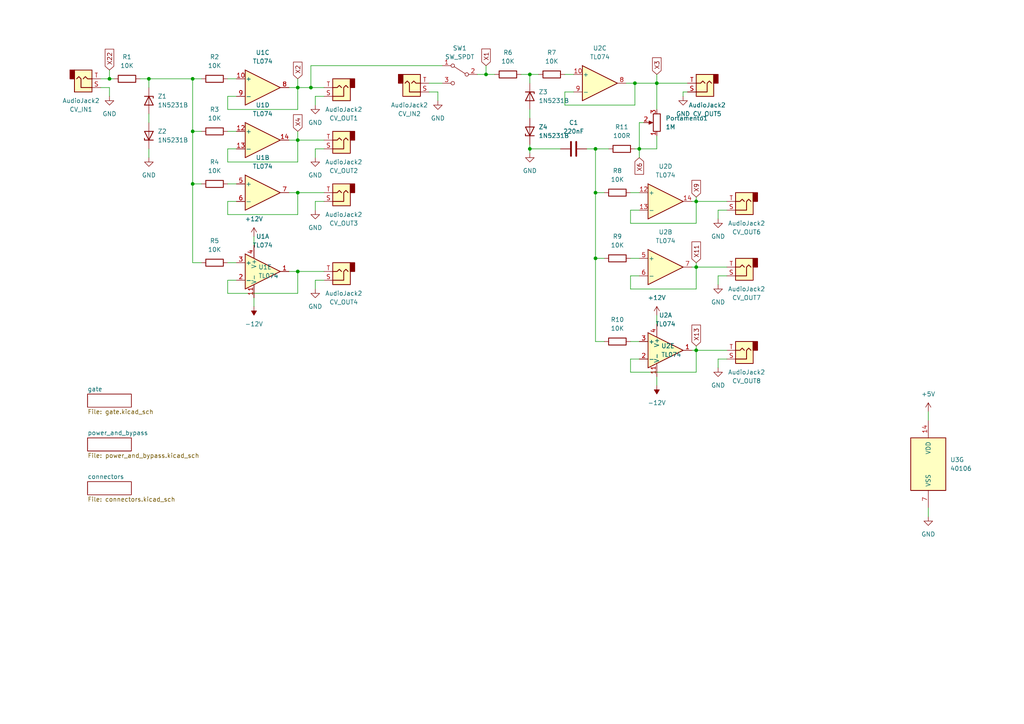
<source format=kicad_sch>
(kicad_sch (version 20230121) (generator eeschema)
  (paper "A4")
  (lib_symbols
    (symbol "4xxx:40106" (pin_names (offset 1.016))
      (property "Reference" "U" (at 0 1.27 0))
      (property "Value" "40106" (at 0 -1.27 0))
      (symbol "40106_1_0"
        (polyline (pts (xy -0.635 -1.27) (xy -0.635 1.27) (xy 0.635 1.27)))
        (polyline (pts (xy -3.81 3.81) (xy -3.81 -3.81) (xy 3.81 0) (xy -3.81 3.81)) (stroke (width 0.254)) (fill (type background)))
        (polyline (pts (xy -1.27 -1.27) (xy 0.635 -1.27) (xy 0.635 1.27) (xy 1.27 1.27)))
        (pin input line (at -7.62 0 0) (length 3.81) (name "~") (number "1"))
        (pin output inverted (at 7.62 0 180) (length 3.81) (name "~") (number "2"))
      )
      (symbol "40106_2_0"
        (polyline (pts (xy -0.635 -1.27) (xy -0.635 1.27) (xy 0.635 1.27)))
        (polyline (pts (xy -3.81 3.81) (xy -3.81 -3.81) (xy 3.81 0) (xy -3.81 3.81)) (stroke (width 0.254)) (fill (type background)))
        (polyline (pts (xy -1.27 -1.27) (xy 0.635 -1.27) (xy 0.635 1.27) (xy 1.27 1.27)))
        (pin input line (at -7.62 0 0) (length 3.81) (name "~") (number "3"))
        (pin output inverted (at 7.62 0 180) (length 3.81) (name "~") (number "4"))
      )
      (symbol "40106_3_0"
        (polyline (pts (xy -0.635 -1.27) (xy -0.635 1.27) (xy 0.635 1.27)))
        (polyline (pts (xy -3.81 3.81) (xy -3.81 -3.81) (xy 3.81 0) (xy -3.81 3.81)) (stroke (width 0.254)) (fill (type background)))
        (polyline (pts (xy -1.27 -1.27) (xy 0.635 -1.27) (xy 0.635 1.27) (xy 1.27 1.27)))
        (pin input line (at -7.62 0 0) (length 3.81) (name "~") (number "5"))
        (pin output inverted (at 7.62 0 180) (length 3.81) (name "~") (number "6"))
      )
      (symbol "40106_4_0"
        (polyline (pts (xy -0.635 -1.27) (xy -0.635 1.27) (xy 0.635 1.27)))
        (polyline (pts (xy -3.81 3.81) (xy -3.81 -3.81) (xy 3.81 0) (xy -3.81 3.81)) (stroke (width 0.254)) (fill (type background)))
        (polyline (pts (xy -1.27 -1.27) (xy 0.635 -1.27) (xy 0.635 1.27) (xy 1.27 1.27)))
        (pin output inverted (at 7.62 0 180) (length 3.81) (name "~") (number "8"))
        (pin input line (at -7.62 0 0) (length 3.81) (name "~") (number "9"))
      )
      (symbol "40106_5_0"
        (polyline (pts (xy -0.635 -1.27) (xy -0.635 1.27) (xy 0.635 1.27)))
        (polyline (pts (xy -3.81 3.81) (xy -3.81 -3.81) (xy 3.81 0) (xy -3.81 3.81)) (stroke (width 0.254)) (fill (type background)))
        (polyline (pts (xy -1.27 -1.27) (xy 0.635 -1.27) (xy 0.635 1.27) (xy 1.27 1.27)))
        (pin output inverted (at 7.62 0 180) (length 3.81) (name "~") (number "10"))
        (pin input line (at -7.62 0 0) (length 3.81) (name "~") (number "11"))
      )
      (symbol "40106_6_0"
        (polyline (pts (xy -0.635 -1.27) (xy -0.635 1.27) (xy 0.635 1.27)))
        (polyline (pts (xy -3.81 3.81) (xy -3.81 -3.81) (xy 3.81 0) (xy -3.81 3.81)) (stroke (width 0.254)) (fill (type background)))
        (polyline (pts (xy -1.27 -1.27) (xy 0.635 -1.27) (xy 0.635 1.27) (xy 1.27 1.27)))
        (pin output inverted (at 7.62 0 180) (length 3.81) (name "~") (number "12"))
        (pin input line (at -7.62 0 0) (length 3.81) (name "~") (number "13"))
      )
      (symbol "40106_7_0"
        (pin power_in line (at 0 12.7 270) (length 5.08) (name "VDD") (number "14"))
        (pin power_in line (at 0 -12.7 90) (length 5.08) (name "VSS") (number "7"))
      )
      (symbol "40106_7_1"
        (rectangle (start -5.08 7.62) (end 5.08 -7.62) (stroke (width 0.254)) (fill (type background)))
      )
    )
    (symbol "Amplifier_Operational:TL074" (pin_names (offset 0.127))
      (property "Reference" "U" (at 0 5.08 0))
      (property "Value" "TL074" (at 0 -5.08 0))
      (symbol "TL074_1_1"
        (polyline (pts (xy -5.08 5.08) (xy 5.08 0) (xy -5.08 -5.08) (xy -5.08 5.08)) (stroke (width 0.254)) (fill (type background)))
        (pin output line (at 7.62 0 180) (length 2.54) (name "~") (number "1"))
        (pin input line (at -7.62 -2.54 0) (length 2.54) (name "-") (number "2"))
        (pin input line (at -7.62 2.54 0) (length 2.54) (name "+") (number "3"))
      )
      (symbol "TL074_2_1"
        (polyline (pts (xy -5.08 5.08) (xy 5.08 0) (xy -5.08 -5.08) (xy -5.08 5.08)) (stroke (width 0.254)) (fill (type background)))
        (pin input line (at -7.62 2.54 0) (length 2.54) (name "+") (number "5"))
        (pin input line (at -7.62 -2.54 0) (length 2.54) (name "-") (number "6"))
        (pin output line (at 7.62 0 180) (length 2.54) (name "~") (number "7"))
      )
      (symbol "TL074_3_1"
        (polyline (pts (xy -5.08 5.08) (xy 5.08 0) (xy -5.08 -5.08) (xy -5.08 5.08)) (stroke (width 0.254)) (fill (type background)))
        (pin input line (at -7.62 2.54 0) (length 2.54) (name "+") (number "10"))
        (pin output line (at 7.62 0 180) (length 2.54) (name "~") (number "8"))
        (pin input line (at -7.62 -2.54 0) (length 2.54) (name "-") (number "9"))
      )
      (symbol "TL074_4_1"
        (polyline (pts (xy -5.08 5.08) (xy 5.08 0) (xy -5.08 -5.08) (xy -5.08 5.08)) (stroke (width 0.254)) (fill (type background)))
        (pin input line (at -7.62 2.54 0) (length 2.54) (name "+") (number "12"))
        (pin input line (at -7.62 -2.54 0) (length 2.54) (name "-") (number "13"))
        (pin output line (at 7.62 0 180) (length 2.54) (name "~") (number "14"))
      )
      (symbol "TL074_5_1"
        (pin power_in line (at -2.54 -7.62 90) (length 3.81) (name "V-") (number "11"))
        (pin power_in line (at -2.54 7.62 270) (length 3.81) (name "V+") (number "4"))
      )
    )
    (symbol "Connector-github:AudioJack2"
      (property "Reference" "J" (at 0 8.89 0))
      (property "Value" "AudioJack2" (at 0 6.35 0))
      (symbol "AudioJack2_0_1"
        (rectangle (start -3.81 0) (end -2.54 -2.54) (stroke (width 0.254)) (fill (type outline)))
        (rectangle (start -2.54 3.81) (end 2.54 -2.54) (stroke (width 0.254)) (fill (type background)))
        (polyline (pts (xy 0 0) (xy 0.635 -0.635) (xy 1.27 0) (xy 2.54 0)) (stroke (width 0.254)))
        (polyline (pts (xy 2.54 2.54) (xy -0.635 2.54) (xy -0.635 0) (xy -1.27 -0.635) (xy -1.905 0)) (stroke (width 0.254)))
      )
      (symbol "AudioJack2_1_1"
        (pin passive line (at 5.08 2.54 180) (length 2.54) (name "~") (number "S"))
        (pin passive line (at 5.08 0 180) (length 2.54) (name "~") (number "T"))
      )
    )
    (symbol "Device:C" (pin_numbers hide) (pin_names (offset 0.254))
      (property "Reference" "C" (at 0.635 2.54 0))
      (property "Value" "C" (at 0.635 -2.54 0))
      (symbol "C_0_1"
        (polyline (pts (xy -2.032 -0.762) (xy 2.032 -0.762)) (stroke (width 0.508)))
        (polyline (pts (xy -2.032 0.762) (xy 2.032 0.762)) (stroke (width 0.508)))
      )
      (symbol "C_1_1"
        (pin passive line (at 0 3.81 270) (length 2.794) (name "~") (number "1"))
        (pin passive line (at 0 -3.81 90) (length 2.794) (name "~") (number "2"))
      )
    )
    (symbol "Device:D_Zener" (pin_numbers hide) (pin_names (offset 1.016) hide)
      (property "Reference" "D" (at 0 2.54 0))
      (property "Value" "D_Zener" (at 0 -2.54 0))
      (symbol "D_Zener_0_1"
        (polyline (pts (xy 1.27 0) (xy -1.27 0)))
        (polyline (pts (xy -1.27 -1.27) (xy -1.27 1.27) (xy -0.762 1.27)) (stroke (width 0.254)))
        (polyline (pts (xy 1.27 -1.27) (xy 1.27 1.27) (xy -1.27 0) (xy 1.27 -1.27)) (stroke (width 0.254)))
      )
      (symbol "D_Zener_1_1"
        (pin passive line (at -3.81 0 0) (length 2.54) (name "K") (number "1"))
        (pin passive line (at 3.81 0 180) (length 2.54) (name "A") (number "2"))
      )
    )
    (symbol "Device:R" (pin_numbers hide) (pin_names (offset 0))
      (property "Reference" "R" (at 2.032 0 90))
      (property "Value" "R" (at 0 0 90))
      (symbol "R_0_1"
        (rectangle (start -1.016 -2.54) (end 1.016 2.54) (stroke (width 0.254)))
      )
      (symbol "R_1_1"
        (pin passive line (at 0 3.81 270) (length 1.27) (name "~") (number "1"))
        (pin passive line (at 0 -3.81 90) (length 1.27) (name "~") (number "2"))
      )
    )
    (symbol "Device:R_Potentiometer" (pin_names (offset 1.016) hide)
      (property "Reference" "RV" (at -4.445 0 90))
      (property "Value" "R_Potentiometer" (at -2.54 0 90))
      (symbol "R_Potentiometer_0_1"
        (polyline (pts (xy 2.54 0) (xy 1.524 0)))
        (polyline (pts (xy 1.143 0) (xy 2.286 0.508) (xy 2.286 -0.508) (xy 1.143 0)) (fill (type outline)))
        (rectangle (start 1.016 2.54) (end -1.016 -2.54) (stroke (width 0.254)))
      )
      (symbol "R_Potentiometer_1_1"
        (pin passive line (at 0 3.81 270) (length 1.27) (name "1") (number "1"))
        (pin passive line (at 3.81 0 180) (length 1.27) (name "2") (number "2"))
        (pin passive line (at 0 -3.81 90) (length 1.27) (name "3") (number "3"))
      )
    )
    (symbol "Switch:SW_SPDT" (pin_names (offset 0) hide)
      (property "Reference" "SW" (at 0 4.318 0))
      (property "Value" "SW_SPDT" (at 0 -5.08 0))
      (symbol "SW_SPDT_0_0"
        (circle (center -2.032 0) (radius 0.508))
        (circle (center 2.032 -2.54) (radius 0.508))
      )
      (symbol "SW_SPDT_0_1"
        (polyline (pts (xy -1.524 0.254) (xy 1.651 2.286)))
        (circle (center 2.032 2.54) (radius 0.508))
      )
      (symbol "SW_SPDT_1_1"
        (pin passive line (at 5.08 2.54 180) (length 2.54) (name "A") (number "1"))
        (pin passive line (at -5.08 0 0) (length 2.54) (name "B") (number "2"))
        (pin passive line (at 5.08 -2.54 180) (length 2.54) (name "C") (number "3"))
      )
    )
    (symbol "power:+12V" (power) (pin_names (offset 0))
      (property "Value" "+12V" (at 0 3.556 0))
      (symbol "+12V_0_1"
        (polyline (pts (xy -0.762 1.27) (xy 0 2.54)))
        (polyline (pts (xy 0 0) (xy 0 2.54)))
        (polyline (pts (xy 0 2.54) (xy 0.762 1.27)))
      )
      (symbol "+12V_1_1"
        (pin power_in line (at 0 0 90) (length 0) hide (name "+12V") (number "1"))
      )
    )
    (symbol "power:+5V" (power) (pin_names (offset 0))
      (property "Value" "+5V" (at 0 3.556 0))
      (symbol "+5V_0_1"
        (polyline (pts (xy -0.762 1.27) (xy 0 2.54)))
        (polyline (pts (xy 0 0) (xy 0 2.54)))
        (polyline (pts (xy 0 2.54) (xy 0.762 1.27)))
      )
      (symbol "+5V_1_1"
        (pin power_in line (at 0 0 90) (length 0) hide (name "+5V") (number "1"))
      )
    )
    (symbol "power:-12V" (power) (pin_names (offset 0))
      (property "Value" "-12V" (at 0 3.81 0))
      (symbol "-12V_0_0"
        (pin power_in line (at 0 0 90) (length 0) hide (name "-12V") (number "1"))
      )
      (symbol "-12V_0_1"
        (polyline (pts (xy 0 0) (xy 0 1.27) (xy 0.762 1.27) (xy 0 2.54) (xy -0.762 1.27) (xy 0 1.27)) (fill (type outline)))
      )
    )
    (symbol "power:GND" (power) (pin_names (offset 0))
      (property "Value" "GND" (at 0 -3.81 0))
      (symbol "GND_0_1"
        (polyline (pts (xy 0 0) (xy 0 -1.27) (xy 1.27 -1.27) (xy 0 -2.54) (xy -1.27 -1.27) (xy 0 -1.27)))
      )
      (symbol "GND_1_1"
        (pin power_in line (at 0 0 270) (length 0) hide (name "GND") (number "1"))
      )
    )
  )
  (junction (at 172.72 43.18))
  (junction (at 55.88 22.86))
  (junction (at 185.42 43.18))
  (junction (at 140.97 21.59))
  (junction (at 31.75 22.86))
  (junction (at 172.72 55.88))
  (junction (at 43.18 22.86))
  (junction (at 184.15 24.13))
  (junction (at 153.67 21.59))
  (junction (at 172.72 74.93))
  (junction (at 153.67 43.18))
  (junction (at 201.93 77.47))
  (junction (at 86.36 25.4))
  (junction (at 190.5 24.13))
  (junction (at 55.88 53.34))
  (junction (at 201.93 58.42))
  (junction (at 86.36 55.88))
  (junction (at 90.17 25.4))
  (junction (at 201.93 101.6))
  (junction (at 55.88 38.1))
  (junction (at 86.36 40.64))
  (junction (at 86.36 78.74))
  (wire (pts (xy 198.12 26.67) (xy 198.12 27.94)))
  (wire (pts (xy 210.82 60.96) (xy 208.28 60.96)))
  (wire (pts (xy 201.93 57.15) (xy 201.93 58.42)))
  (wire (pts (xy 210.82 58.42) (xy 201.93 58.42)))
  (wire (pts (xy 163.83 26.67) (xy 163.83 30.48)))
  (wire (pts (xy 86.36 55.88) (xy 93.98 55.88)))
  (wire (pts (xy 66.04 62.23) (xy 86.36 62.23)))
  (wire (pts (xy 66.04 81.28) (xy 66.04 85.09)))
  (wire (pts (xy 153.67 21.59) (xy 156.21 21.59)))
  (wire (pts (xy 43.18 43.18) (xy 43.18 45.72)))
  (wire (pts (xy 210.82 80.01) (xy 208.28 80.01)))
  (wire (pts (xy 128.27 19.05) (xy 90.17 19.05)))
  (wire (pts (xy 66.04 31.75) (xy 86.36 31.75)))
  (wire (pts (xy 140.97 21.59) (xy 143.51 21.59)))
  (wire (pts (xy 66.04 38.1) (xy 68.58 38.1)))
  (wire (pts (xy 55.88 22.86) (xy 55.88 38.1)))
  (wire (pts (xy 175.26 99.06) (xy 172.72 99.06)))
  (wire (pts (xy 86.36 38.1) (xy 86.36 40.64)))
  (wire (pts (xy 140.97 19.05) (xy 140.97 21.59)))
  (wire (pts (xy 91.44 58.42) (xy 91.44 60.96)))
  (wire (pts (xy 124.46 26.67) (xy 127 26.67)))
  (wire (pts (xy 201.93 101.6) (xy 210.82 101.6)))
  (wire (pts (xy 66.04 46.99) (xy 86.36 46.99)))
  (wire (pts (xy 190.5 109.22) (xy 190.5 111.76)))
  (wire (pts (xy 201.93 76.2) (xy 201.93 77.47)))
  (wire (pts (xy 29.21 25.4) (xy 31.75 25.4)))
  (wire (pts (xy 93.98 81.28) (xy 91.44 81.28)))
  (wire (pts (xy 190.5 39.37) (xy 190.5 43.18)))
  (wire (pts (xy 170.18 43.18) (xy 172.72 43.18)))
  (wire (pts (xy 73.66 86.36) (xy 73.66 88.9)))
  (wire (pts (xy 175.26 55.88) (xy 172.72 55.88)))
  (wire (pts (xy 190.5 24.13) (xy 199.39 24.13)))
  (wire (pts (xy 55.88 76.2) (xy 55.88 53.34)))
  (wire (pts (xy 172.72 74.93) (xy 172.72 55.88)))
  (wire (pts (xy 185.42 55.88) (xy 182.88 55.88)))
  (wire (pts (xy 86.36 25.4) (xy 83.82 25.4)))
  (wire (pts (xy 86.36 78.74) (xy 83.82 78.74)))
  (wire (pts (xy 86.36 46.99) (xy 86.36 40.64)))
  (wire (pts (xy 172.72 55.88) (xy 172.72 43.18)))
  (wire (pts (xy 66.04 76.2) (xy 68.58 76.2)))
  (wire (pts (xy 208.28 80.01) (xy 208.28 82.55)))
  (wire (pts (xy 31.75 20.32) (xy 31.75 22.86)))
  (wire (pts (xy 55.88 53.34) (xy 55.88 38.1)))
  (wire (pts (xy 163.83 30.48) (xy 184.15 30.48)))
  (wire (pts (xy 86.36 40.64) (xy 83.82 40.64)))
  (wire (pts (xy 201.93 107.95) (xy 201.93 101.6)))
  (wire (pts (xy 182.88 99.06) (xy 185.42 99.06)))
  (wire (pts (xy 182.88 60.96) (xy 182.88 64.77)))
  (wire (pts (xy 43.18 22.86) (xy 43.18 25.4)))
  (wire (pts (xy 185.42 60.96) (xy 182.88 60.96)))
  (wire (pts (xy 201.93 64.77) (xy 201.93 58.42)))
  (wire (pts (xy 182.88 80.01) (xy 182.88 83.82)))
  (wire (pts (xy 182.88 107.95) (xy 201.93 107.95)))
  (wire (pts (xy 68.58 58.42) (xy 66.04 58.42)))
  (wire (pts (xy 66.04 85.09) (xy 86.36 85.09)))
  (wire (pts (xy 210.82 104.14) (xy 208.28 104.14)))
  (wire (pts (xy 208.28 104.14) (xy 208.28 106.68)))
  (wire (pts (xy 86.36 22.86) (xy 86.36 25.4)))
  (wire (pts (xy 153.67 21.59) (xy 151.13 21.59)))
  (wire (pts (xy 186.69 35.56) (xy 185.42 35.56)))
  (wire (pts (xy 66.04 53.34) (xy 68.58 53.34)))
  (wire (pts (xy 182.88 104.14) (xy 182.88 107.95)))
  (wire (pts (xy 153.67 43.18) (xy 153.67 41.91)))
  (wire (pts (xy 185.42 35.56) (xy 185.42 43.18)))
  (wire (pts (xy 269.24 119.38) (xy 269.24 121.92)))
  (wire (pts (xy 201.93 83.82) (xy 201.93 77.47)))
  (wire (pts (xy 184.15 24.13) (xy 190.5 24.13)))
  (wire (pts (xy 190.5 24.13) (xy 190.5 31.75)))
  (wire (pts (xy 166.37 26.67) (xy 163.83 26.67)))
  (wire (pts (xy 208.28 60.96) (xy 208.28 63.5)))
  (wire (pts (xy 86.36 31.75) (xy 86.36 25.4)))
  (wire (pts (xy 43.18 33.02) (xy 43.18 35.56)))
  (wire (pts (xy 153.67 44.45) (xy 153.67 43.18)))
  (wire (pts (xy 66.04 22.86) (xy 68.58 22.86)))
  (wire (pts (xy 58.42 76.2) (xy 55.88 76.2)))
  (wire (pts (xy 29.21 22.86) (xy 31.75 22.86)))
  (wire (pts (xy 86.36 78.74) (xy 93.98 78.74)))
  (wire (pts (xy 185.42 80.01) (xy 182.88 80.01)))
  (wire (pts (xy 190.5 91.44) (xy 190.5 93.98)))
  (wire (pts (xy 201.93 100.33) (xy 201.93 101.6)))
  (wire (pts (xy 201.93 58.42) (xy 200.66 58.42)))
  (wire (pts (xy 182.88 74.93) (xy 185.42 74.93)))
  (wire (pts (xy 66.04 58.42) (xy 66.04 62.23)))
  (wire (pts (xy 269.24 147.32) (xy 269.24 149.86)))
  (wire (pts (xy 86.36 40.64) (xy 93.98 40.64)))
  (wire (pts (xy 184.15 30.48) (xy 184.15 24.13)))
  (wire (pts (xy 124.46 24.13) (xy 128.27 24.13)))
  (wire (pts (xy 86.36 62.23) (xy 86.36 55.88)))
  (wire (pts (xy 40.64 22.86) (xy 43.18 22.86)))
  (wire (pts (xy 127 26.67) (xy 127 29.21)))
  (wire (pts (xy 190.5 21.59) (xy 190.5 24.13)))
  (wire (pts (xy 182.88 83.82) (xy 201.93 83.82)))
  (wire (pts (xy 91.44 81.28) (xy 91.44 83.82)))
  (wire (pts (xy 153.67 24.13) (xy 153.67 21.59)))
  (wire (pts (xy 31.75 22.86) (xy 33.02 22.86)))
  (wire (pts (xy 66.04 43.18) (xy 66.04 46.99)))
  (wire (pts (xy 200.66 101.6) (xy 201.93 101.6)))
  (wire (pts (xy 68.58 43.18) (xy 66.04 43.18)))
  (wire (pts (xy 185.42 104.14) (xy 182.88 104.14)))
  (wire (pts (xy 172.72 43.18) (xy 176.53 43.18)))
  (wire (pts (xy 86.36 55.88) (xy 83.82 55.88)))
  (wire (pts (xy 86.36 85.09) (xy 86.36 78.74)))
  (wire (pts (xy 93.98 58.42) (xy 91.44 58.42)))
  (wire (pts (xy 185.42 43.18) (xy 184.15 43.18)))
  (wire (pts (xy 182.88 64.77) (xy 201.93 64.77)))
  (wire (pts (xy 91.44 27.94) (xy 91.44 30.48)))
  (wire (pts (xy 184.15 24.13) (xy 181.61 24.13)))
  (wire (pts (xy 153.67 43.18) (xy 162.56 43.18)))
  (wire (pts (xy 66.04 27.94) (xy 66.04 31.75)))
  (wire (pts (xy 93.98 43.18) (xy 91.44 43.18)))
  (wire (pts (xy 90.17 19.05) (xy 90.17 25.4)))
  (wire (pts (xy 201.93 77.47) (xy 210.82 77.47)))
  (wire (pts (xy 86.36 25.4) (xy 90.17 25.4)))
  (wire (pts (xy 90.17 25.4) (xy 93.98 25.4)))
  (wire (pts (xy 68.58 81.28) (xy 66.04 81.28)))
  (wire (pts (xy 55.88 22.86) (xy 58.42 22.86)))
  (wire (pts (xy 172.72 74.93) (xy 172.72 99.06)))
  (wire (pts (xy 43.18 22.86) (xy 55.88 22.86)))
  (wire (pts (xy 73.66 68.58) (xy 73.66 71.12)))
  (wire (pts (xy 153.67 34.29) (xy 153.67 31.75)))
  (wire (pts (xy 166.37 21.59) (xy 163.83 21.59)))
  (wire (pts (xy 68.58 27.94) (xy 66.04 27.94)))
  (wire (pts (xy 55.88 53.34) (xy 58.42 53.34)))
  (wire (pts (xy 201.93 77.47) (xy 200.66 77.47)))
  (wire (pts (xy 190.5 43.18) (xy 185.42 43.18)))
  (wire (pts (xy 138.43 21.59) (xy 140.97 21.59)))
  (wire (pts (xy 31.75 25.4) (xy 31.75 27.94)))
  (wire (pts (xy 91.44 43.18) (xy 91.44 45.72)))
  (wire (pts (xy 58.42 38.1) (xy 55.88 38.1)))
  (wire (pts (xy 185.42 43.18) (xy 185.42 45.72)))
  (wire (pts (xy 175.26 74.93) (xy 172.72 74.93)))
  (wire (pts (xy 93.98 27.94) (xy 91.44 27.94)))
  (wire (pts (xy 199.39 26.67) (xy 198.12 26.67)))
  (global_label "X11" (shape input) (at 201.93 76.2 90) (property "Intersheetrefs" "${INTERSHEET_REFS}" (effects hide)))
  (global_label "X1" (shape input) (at 140.97 19.05 90) (property "Intersheetrefs" "${INTERSHEET_REFS}" (effects hide)))
  (global_label "X6" (shape input) (at 185.42 45.72 270) (property "Intersheetrefs" "${INTERSHEET_REFS}" (effects hide)))
  (global_label "X9" (shape input) (at 201.93 57.15 90) (property "Intersheetrefs" "${INTERSHEET_REFS}" (effects hide)))
  (global_label "X13" (shape input) (at 201.93 100.33 90) (property "Intersheetrefs" "${INTERSHEET_REFS}" (effects hide)))
  (global_label "X22" (shape input) (at 31.75 20.32 90) (property "Intersheetrefs" "${INTERSHEET_REFS}" (effects hide)))
  (global_label "X2" (shape input) (at 86.36 22.86 90) (property "Intersheetrefs" "${INTERSHEET_REFS}" (effects hide)))
  (global_label "X4" (shape input) (at 86.36 38.1 90) (property "Intersheetrefs" "${INTERSHEET_REFS}" (effects hide)))
  (global_label "X3" (shape input) (at 190.5 21.59 90) (property "Intersheetrefs" "${INTERSHEET_REFS}" (effects hide)))
  (symbol (lib_id "Device:R") (at 179.07 74.93 90) (unit 1)
    (property "Reference" "R9" (at 179.07 68.58 90))
    (property "Value" "10K" (at 179.07 71.12 90))
    (property "Footprint" "Library:R_Axial_DIN0207_L6.3mm_D2.5mm_P7.62mm_Horizontal" (effects hide))
  )
  (symbol (lib_id "Connector-github:AudioJack2") (at 99.06 78.74 180) (unit 1) (on_board no)
    (property "Reference" "CV_OUT4" (at 99.695 87.63 0))
    (property "Value" "AudioJack2" (at 99.695 85.09 0))
    (property "Footprint" "Library:Jack_3.5mm_QingPu_WQP-PJ398SM_Vertical_CircularHoles" (effects hide))
  )
  (symbol (lib_id "Device:R") (at 62.23 22.86 90) (unit 1)
    (property "Reference" "R2" (at 62.23 16.51 90))
    (property "Value" "10K" (at 62.23 19.05 90))
    (property "Footprint" "Library:R_Axial_DIN0207_L6.3mm_D2.5mm_P7.62mm_Horizontal" (effects hide))
  )
  (symbol (lib_id "power:GND") (at 208.28 63.5 0) (unit 1)
    (property "Reference" "#PWR014" (effects hide))
    (property "Value" "GND" (at 208.28 68.58 0))
  )
  (symbol (lib_id "power:GND") (at 208.28 82.55 0) (unit 1)
    (property "Reference" "#PWR015" (effects hide))
    (property "Value" "GND" (at 208.28 87.63 0))
  )
  (symbol (lib_id "4xxx:40106") (at 269.24 134.62 0) (unit 7)
    (property "Reference" "U3" (at 275.59 133.35 0) (effects (justify left)))
    (property "Value" "40106" (at 275.59 135.89 0) (effects (justify left)))
    (property "Footprint" "Package_DIP:DIP-14_W7.62mm_Socket_LongPads" (effects hide))
    (property "Datasheet" "https://assets.nexperia.com/documents/data-sheet/HEF40106B.pdf" (effects hide))
  )
  (symbol (lib_id "Device:R") (at 62.23 53.34 90) (unit 1)
    (property "Reference" "R4" (at 62.23 46.99 90))
    (property "Value" "10K" (at 62.23 49.53 90))
    (property "Footprint" "Library:R_Axial_DIN0207_L6.3mm_D2.5mm_P7.62mm_Horizontal" (effects hide))
  )
  (symbol (lib_id "Device:R") (at 62.23 38.1 90) (unit 1)
    (property "Reference" "R3" (at 62.23 31.75 90))
    (property "Value" "10K" (at 62.23 34.29 90))
    (property "Footprint" "Library:R_Axial_DIN0207_L6.3mm_D2.5mm_P7.62mm_Horizontal" (effects hide))
  )
  (symbol (lib_id "Connector-github:AudioJack2") (at 99.06 25.4 180) (unit 1) (on_board no)
    (property "Reference" "CV_OUT1" (at 99.695 34.29 0))
    (property "Value" "AudioJack2" (at 99.695 31.75 0))
    (property "Footprint" "Library:Jack_3.5mm_QingPu_WQP-PJ398SM_Vertical_CircularHoles" (effects hide))
  )
  (symbol (lib_id "Connector-github:AudioJack2") (at 215.9 58.42 180) (unit 1) (on_board no)
    (property "Reference" "CV_OUT6" (at 216.535 67.31 0))
    (property "Value" "AudioJack2" (at 216.535 64.77 0))
    (property "Footprint" "Library:Jack_3.5mm_QingPu_WQP-PJ398SM_Vertical_CircularHoles" (effects hide))
  )
  (symbol (lib_id "power:GND") (at 91.44 83.82 0) (unit 1)
    (property "Reference" "#PWR08" (effects hide))
    (property "Value" "GND" (at 91.44 88.9 0))
  )
  (symbol (lib_id "Device:R") (at 180.34 43.18 90) (unit 1)
    (property "Reference" "R11" (at 180.34 36.83 90))
    (property "Value" "100R" (at 180.34 39.37 90))
    (property "Footprint" "Library:R_Axial_DIN0207_L6.3mm_D2.5mm_P7.62mm_Horizontal" (effects hide))
  )
  (symbol (lib_id "power:+12V") (at 190.5 91.44 0) (unit 1)
    (property "Reference" "#PWR011" (effects hide))
    (property "Value" "+12V" (at 190.5 86.36 0))
  )
  (symbol (lib_id "Amplifier_Operational:TL074") (at 76.2 40.64 0) (unit 4)
    (property "Reference" "U1" (at 76.2 30.48 0))
    (property "Value" "TL074" (at 76.2 33.02 0))
    (property "Footprint" "Package_DIP:DIP-14_W7.62mm_Socket_LongPads" (effects hide))
    (property "Datasheet" "http://www.ti.com/lit/ds/symlink/tl071.pdf" (effects hide))
  )
  (symbol (lib_id "Amplifier_Operational:TL074") (at 76.2 55.88 0) (unit 2)
    (property "Reference" "U1" (at 76.2 45.72 0))
    (property "Value" "TL074" (at 76.2 48.26 0))
    (property "Footprint" "Package_DIP:DIP-14_W7.62mm_Socket_LongPads" (effects hide))
    (property "Datasheet" "http://www.ti.com/lit/ds/symlink/tl071.pdf" (effects hide))
  )
  (symbol (lib_id "Amplifier_Operational:TL074") (at 76.2 25.4 0) (unit 3)
    (property "Reference" "U1" (at 76.2 15.24 0))
    (property "Value" "TL074" (at 76.2 17.78 0))
    (property "Footprint" "Package_DIP:DIP-14_W7.62mm_Socket_LongPads" (effects hide))
    (property "Datasheet" "http://www.ti.com/lit/ds/symlink/tl071.pdf" (effects hide))
  )
  (symbol (lib_id "Amplifier_Operational:TL074") (at 173.99 24.13 0) (unit 3)
    (property "Reference" "U2" (at 173.99 13.97 0))
    (property "Value" "TL074" (at 173.99 16.51 0))
    (property "Footprint" "Package_DIP:DIP-14_W7.62mm_Socket_LongPads" (effects hide))
    (property "Datasheet" "http://www.ti.com/lit/ds/symlink/tl071.pdf" (effects hide))
  )
  (symbol (lib_id "Device:R") (at 62.23 76.2 90) (unit 1)
    (property "Reference" "R5" (at 62.23 69.85 90))
    (property "Value" "10K" (at 62.23 72.39 90))
    (property "Footprint" "Library:R_Axial_DIN0207_L6.3mm_D2.5mm_P7.62mm_Horizontal" (effects hide))
  )
  (symbol (lib_id "Amplifier_Operational:TL074") (at 193.04 77.47 0) (unit 2)
    (property "Reference" "U2" (at 193.04 67.31 0))
    (property "Value" "TL074" (at 193.04 69.85 0))
    (property "Footprint" "Package_DIP:DIP-14_W7.62mm_Socket_LongPads" (effects hide))
    (property "Datasheet" "http://www.ti.com/lit/ds/symlink/tl071.pdf" (effects hide))
  )
  (symbol (lib_id "Connector-github:AudioJack2") (at 24.13 22.86 0) (mirror x) (unit 1) (on_board no)
    (property "Reference" "CV_IN1" (at 23.495 31.75 0))
    (property "Value" "AudioJack2" (at 23.495 29.21 0))
    (property "Footprint" "Library:Jack_3.5mm_QingPu_WQP-PJ398SM_Vertical_CircularHoles" (effects hide))
  )
  (symbol (lib_id "Connector-github:AudioJack2") (at 119.38 24.13 0) (mirror x) (unit 1) (on_board no)
    (property "Reference" "CV_IN2" (at 118.745 33.02 0))
    (property "Value" "AudioJack2" (at 118.745 30.48 0))
    (property "Footprint" "Library:Jack_3.5mm_QingPu_WQP-PJ398SM_Vertical_CircularHoles" (effects hide))
  )
  (symbol (lib_id "Device:D_Zener") (at 153.67 27.94 270) (unit 1)
    (property "Reference" "Z3" (at 156.21 26.67 90) (effects (justify left)))
    (property "Value" "1N5231B" (at 156.21 29.21 90) (effects (justify left)))
    (property "Footprint" "Diode_THT:D_DO-35_SOD27_P7.62mm_Horizontal" (effects hide))
  )
  (symbol (lib_id "Device:D_Zener") (at 43.18 39.37 90) (unit 1)
    (property "Reference" "Z2" (at 45.72 38.1 90) (effects (justify right)))
    (property "Value" "1N5231B" (at 45.72 40.64 90) (effects (justify right)))
    (property "Footprint" "Diode_THT:D_DO-35_SOD27_P7.62mm_Horizontal" (effects hide))
  )
  (symbol (lib_id "power:GND") (at 208.28 106.68 0) (unit 1)
    (property "Reference" "#PWR016" (effects hide))
    (property "Value" "GND" (at 208.28 111.76 0))
  )
  (symbol (lib_id "power:+12V") (at 73.66 68.58 0) (unit 1)
    (property "Reference" "#PWR03" (effects hide))
    (property "Value" "+12V" (at 73.66 63.5 0))
  )
  (symbol (lib_id "Device:D_Zener") (at 43.18 29.21 270) (unit 1)
    (property "Reference" "Z1" (at 45.72 27.94 90) (effects (justify left)))
    (property "Value" "1N5231B" (at 45.72 30.48 90) (effects (justify left)))
    (property "Footprint" "Diode_THT:D_DO-35_SOD27_P7.62mm_Horizontal" (effects hide))
  )
  (symbol (lib_id "Device:D_Zener") (at 153.67 38.1 90) (unit 1)
    (property "Reference" "Z4" (at 156.21 36.83 90) (effects (justify right)))
    (property "Value" "1N5231B" (at 156.21 39.37 90) (effects (justify right)))
    (property "Footprint" "Diode_THT:D_DO-35_SOD27_P7.62mm_Horizontal" (effects hide))
  )
  (symbol (lib_id "Amplifier_Operational:TL074") (at 193.04 58.42 0) (unit 4)
    (property "Reference" "U2" (at 193.04 48.26 0))
    (property "Value" "TL074" (at 193.04 50.8 0))
    (property "Footprint" "Package_DIP:DIP-14_W7.62mm_Socket_LongPads" (effects hide))
    (property "Datasheet" "http://www.ti.com/lit/ds/symlink/tl071.pdf" (effects hide))
  )
  (symbol (lib_id "power:GND") (at 269.24 149.86 0) (unit 1)
    (property "Reference" "#PWR018" (effects hide))
    (property "Value" "GND" (at 269.24 154.94 0))
  )
  (symbol (lib_id "Device:R") (at 179.07 99.06 90) (unit 1)
    (property "Reference" "R10" (at 179.07 92.71 90))
    (property "Value" "10K" (at 179.07 95.25 90))
    (property "Footprint" "Library:R_Axial_DIN0207_L6.3mm_D2.5mm_P7.62mm_Horizontal" (effects hide))
  )
  (symbol (lib_id "Amplifier_Operational:TL074") (at 76.2 78.74 0) (unit 1)
    (property "Reference" "U1" (at 76.2 68.58 0))
    (property "Value" "TL074" (at 76.2 71.12 0))
    (property "Footprint" "Package_DIP:DIP-14_W7.62mm_Socket_LongPads" (effects hide))
    (property "Datasheet" "http://www.ti.com/lit/ds/symlink/tl071.pdf" (effects hide))
  )
  (symbol (lib_id "Connector-github:AudioJack2") (at 99.06 40.64 180) (unit 1) (on_board no)
    (property "Reference" "CV_OUT2" (at 99.695 49.53 0))
    (property "Value" "AudioJack2" (at 99.695 46.99 0))
    (property "Footprint" "Library:Jack_3.5mm_QingPu_WQP-PJ398SM_Vertical_CircularHoles" (effects hide))
  )
  (symbol (lib_id "power:GND") (at 91.44 60.96 0) (unit 1)
    (property "Reference" "#PWR07" (effects hide))
    (property "Value" "GND" (at 91.44 66.04 0))
  )
  (symbol (lib_id "power:GND") (at 91.44 45.72 0) (unit 1)
    (property "Reference" "#PWR06" (effects hide))
    (property "Value" "GND" (at 91.44 50.8 0))
  )
  (symbol (lib_id "power:GND") (at 91.44 30.48 0) (unit 1)
    (property "Reference" "#PWR05" (effects hide))
    (property "Value" "GND" (at 91.44 35.56 0))
  )
  (symbol (lib_id "Switch:SW_SPDT") (at 133.35 21.59 0) (mirror y) (unit 1) (on_board no)
    (property "Reference" "SW1" (at 133.35 13.97 0))
    (property "Value" "SW_SPDT" (at 133.35 16.51 0))
  )
  (symbol (lib_id "Connector-github:AudioJack2") (at 215.9 77.47 180) (unit 1) (on_board no)
    (property "Reference" "CV_OUT7" (at 216.535 86.36 0))
    (property "Value" "AudioJack2" (at 216.535 83.82 0))
    (property "Footprint" "Library:Jack_3.5mm_QingPu_WQP-PJ398SM_Vertical_CircularHoles" (effects hide))
  )
  (symbol (lib_id "Device:R") (at 147.32 21.59 90) (unit 1)
    (property "Reference" "R6" (at 147.32 15.24 90))
    (property "Value" "10K" (at 147.32 17.78 90))
    (property "Footprint" "Library:R_Axial_DIN0207_L6.3mm_D2.5mm_P7.62mm_Horizontal" (effects hide))
  )
  (symbol (lib_id "Device:R_Potentiometer") (at 190.5 35.56 180) (unit 1) (on_board no)
    (property "Reference" "Portamento1" (at 193.04 34.29 0) (effects (justify right)))
    (property "Value" "1M" (at 193.04 36.83 0) (effects (justify right)))
  )
  (symbol (lib_id "Device:R") (at 36.83 22.86 90) (unit 1)
    (property "Reference" "R1" (at 36.83 16.51 90))
    (property "Value" "10K" (at 36.83 19.05 90))
    (property "Footprint" "Library:R_Axial_DIN0207_L6.3mm_D2.5mm_P7.62mm_Horizontal" (effects hide))
  )
  (symbol (lib_id "Device:R") (at 179.07 55.88 90) (unit 1)
    (property "Reference" "R8" (at 179.07 49.53 90))
    (property "Value" "10K" (at 179.07 52.07 90))
    (property "Footprint" "Library:R_Axial_DIN0207_L6.3mm_D2.5mm_P7.62mm_Horizontal" (effects hide))
  )
  (symbol (lib_id "Connector-github:AudioJack2") (at 215.9 101.6 180) (unit 1) (on_board no)
    (property "Reference" "CV_OUT8" (at 216.535 110.49 0))
    (property "Value" "AudioJack2" (at 216.535 107.95 0))
    (property "Footprint" "Library:Jack_3.5mm_QingPu_WQP-PJ398SM_Vertical_CircularHoles" (effects hide))
  )
  (symbol (lib_id "power:GND") (at 127 29.21 0) (unit 1)
    (property "Reference" "#PWR09" (effects hide))
    (property "Value" "GND" (at 127 34.29 0))
  )
  (symbol (lib_id "power:-12V") (at 190.5 111.76 180) (unit 1)
    (property "Reference" "#PWR012" (effects hide))
    (property "Value" "-12V" (at 190.5 116.84 0))
  )
  (symbol (lib_id "power:GND") (at 31.75 27.94 0) (unit 1)
    (property "Reference" "#PWR01" (effects hide))
    (property "Value" "GND" (at 31.75 33.02 0))
  )
  (symbol (lib_id "Amplifier_Operational:TL074") (at 193.04 101.6 0) (unit 5)
    (property "Reference" "U2" (at 191.77 100.33 0) (effects (justify left)))
    (property "Value" "TL074" (at 191.77 102.87 0) (effects (justify left)))
    (property "Footprint" "Package_DIP:DIP-14_W7.62mm_Socket_LongPads" (effects hide))
    (property "Datasheet" "http://www.ti.com/lit/ds/symlink/tl071.pdf" (effects hide))
  )
  (symbol (lib_id "power:GND") (at 198.12 27.94 0) (unit 1)
    (property "Reference" "#PWR013" (effects hide))
    (property "Value" "GND" (at 198.12 33.02 0))
  )
  (symbol (lib_id "Device:C") (at 166.37 43.18 90) (unit 1)
    (property "Reference" "C1" (at 166.37 35.56 90))
    (property "Value" "220nF" (at 166.37 38.1 90))
    (property "Footprint" "Capacitor_THT:C_Disc_D5.0mm_W2.5mm_P2.50mm" (effects hide))
  )
  (symbol (lib_id "Amplifier_Operational:TL074") (at 76.2 78.74 0) (unit 5)
    (property "Reference" "U1" (at 74.93 77.47 0) (effects (justify left)))
    (property "Value" "TL074" (at 74.93 80.01 0) (effects (justify left)))
    (property "Footprint" "Package_DIP:DIP-14_W7.62mm_Socket_LongPads" (effects hide))
    (property "Datasheet" "http://www.ti.com/lit/ds/symlink/tl071.pdf" (effects hide))
  )
  (symbol (lib_id "Connector-github:AudioJack2") (at 204.47 24.13 180) (unit 1) (on_board no)
    (property "Reference" "CV_OUT5" (at 205.105 33.02 0))
    (property "Value" "AudioJack2" (at 205.105 30.48 0))
    (property "Footprint" "Library:Jack_3.5mm_QingPu_WQP-PJ398SM_Vertical_CircularHoles" (effects hide))
  )
  (symbol (lib_id "Device:R") (at 160.02 21.59 90) (unit 1)
    (property "Reference" "R7" (at 160.02 15.24 90))
    (property "Value" "10K" (at 160.02 17.78 90))
    (property "Footprint" "Library:R_Axial_DIN0207_L6.3mm_D2.5mm_P7.62mm_Horizontal" (effects hide))
  )
  (symbol (lib_id "power:-12V") (at 73.66 88.9 180) (unit 1)
    (property "Reference" "#PWR04" (effects hide))
    (property "Value" "-12V" (at 73.66 93.98 0))
  )
  (symbol (lib_id "Connector-github:AudioJack2") (at 99.06 55.88 180) (unit 1) (on_board no)
    (property "Reference" "CV_OUT3" (at 99.695 64.77 0))
    (property "Value" "AudioJack2" (at 99.695 62.23 0))
    (property "Footprint" "Library:Jack_3.5mm_QingPu_WQP-PJ398SM_Vertical_CircularHoles" (effects hide))
  )
  (symbol (lib_id "power:GND") (at 43.18 45.72 0) (unit 1)
    (property "Reference" "#PWR02" (effects hide))
    (property "Value" "GND" (at 43.18 50.8 0))
  )
  (symbol (lib_id "power:+5V") (at 269.24 119.38 0) (unit 1)
    (property "Reference" "#PWR017" (effects hide))
    (property "Value" "+5V" (at 269.24 114.3 0))
  )
  (symbol (lib_id "Amplifier_Operational:TL074") (at 193.04 101.6 0) (unit 1)
    (property "Reference" "U2" (at 193.04 91.44 0))
    (property "Value" "TL074" (at 193.04 93.98 0))
    (property "Footprint" "Package_DIP:DIP-14_W7.62mm_Socket_LongPads" (effects hide))
    (property "Datasheet" "http://www.ti.com/lit/ds/symlink/tl071.pdf" (effects hide))
  )
  (symbol (lib_id "power:GND") (at 153.67 44.45 0) (unit 1)
    (property "Reference" "#PWR010" (effects hide))
    (property "Value" "GND" (at 153.67 49.53 0))
  )
  (sheet (at 25.4 114.3) (size 12.7 3.81) (stroke (width 0.1524))
    (property "Sheetname" "gate" (at 25.4 113.5884 0) (effects (justify left bottom)))
    (property "Sheetfile" "gate.kicad_sch" (at 25.4 118.6946 0) (effects (justify left top)))
  )
  (sheet (at 25.4 139.7) (size 12.7 3.81) (stroke (width 0.1524))
    (property "Sheetname" "connectors" (at 25.4 138.9884 0) (effects (justify left bottom)))
    (property "Sheetfile" "connectors.kicad_sch" (at 25.4 144.0946 0) (effects (justify left top)))
  )
  (sheet (at 25.4 127) (size 12.7 3.81) (stroke (width 0.1524))
    (property "Sheetname" "power_and_bypass" (at 25.4 126.2884 0) (effects (justify left bottom)))
    (property "Sheetfile" "power_and_bypass.kicad_sch" (at 25.4 131.3946 0) (effects (justify left top)))
  )
)
</source>
